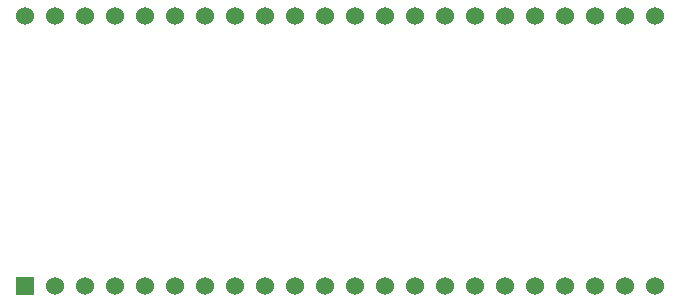
<source format=gbs>
%TF.GenerationSoftware,KiCad,Pcbnew,(6.0.7)*%
%TF.CreationDate,2022-08-25T16:09:55+02:00*%
%TF.ProjectId,esp32-minikeyboard-pcb,65737033-322d-46d6-996e-696b6579626f,rev?*%
%TF.SameCoordinates,Original*%
%TF.FileFunction,Soldermask,Bot*%
%TF.FilePolarity,Negative*%
%FSLAX46Y46*%
G04 Gerber Fmt 4.6, Leading zero omitted, Abs format (unit mm)*
G04 Created by KiCad (PCBNEW (6.0.7)) date 2022-08-25 16:09:55*
%MOMM*%
%LPD*%
G01*
G04 APERTURE LIST*
%ADD10R,1.530000X1.530000*%
%ADD11C,1.530000*%
G04 APERTURE END LIST*
D10*
%TO.C,U1*%
X55030000Y-75930000D03*
D11*
X57570000Y-75930000D03*
X60110000Y-75930000D03*
X62650000Y-75930000D03*
X65190000Y-75930000D03*
X67730000Y-75930000D03*
X70270000Y-75930000D03*
X72810000Y-75930000D03*
X75350000Y-75930000D03*
X77890000Y-75930000D03*
X80430000Y-75930000D03*
X82970000Y-75930000D03*
X85510000Y-75930000D03*
X88050000Y-75930000D03*
X90590000Y-75930000D03*
X93130000Y-75930000D03*
X95670000Y-75930000D03*
X98210000Y-75930000D03*
X100750000Y-75930000D03*
X103290000Y-75930000D03*
X105830000Y-75930000D03*
X108370000Y-75930000D03*
X55030000Y-53070000D03*
X57570000Y-53070000D03*
X60110000Y-53070000D03*
X62650000Y-53070000D03*
X65190000Y-53070000D03*
X67730000Y-53070000D03*
X70270000Y-53070000D03*
X72810000Y-53070000D03*
X75350000Y-53070000D03*
X77890000Y-53070000D03*
X80430000Y-53070000D03*
X82970000Y-53070000D03*
X85510000Y-53070000D03*
X88050000Y-53070000D03*
X90590000Y-53070000D03*
X93130000Y-53070000D03*
X95670000Y-53070000D03*
X98210000Y-53070000D03*
X100750000Y-53070000D03*
X103290000Y-53070000D03*
X105830000Y-53070000D03*
X108370000Y-53070000D03*
%TD*%
M02*

</source>
